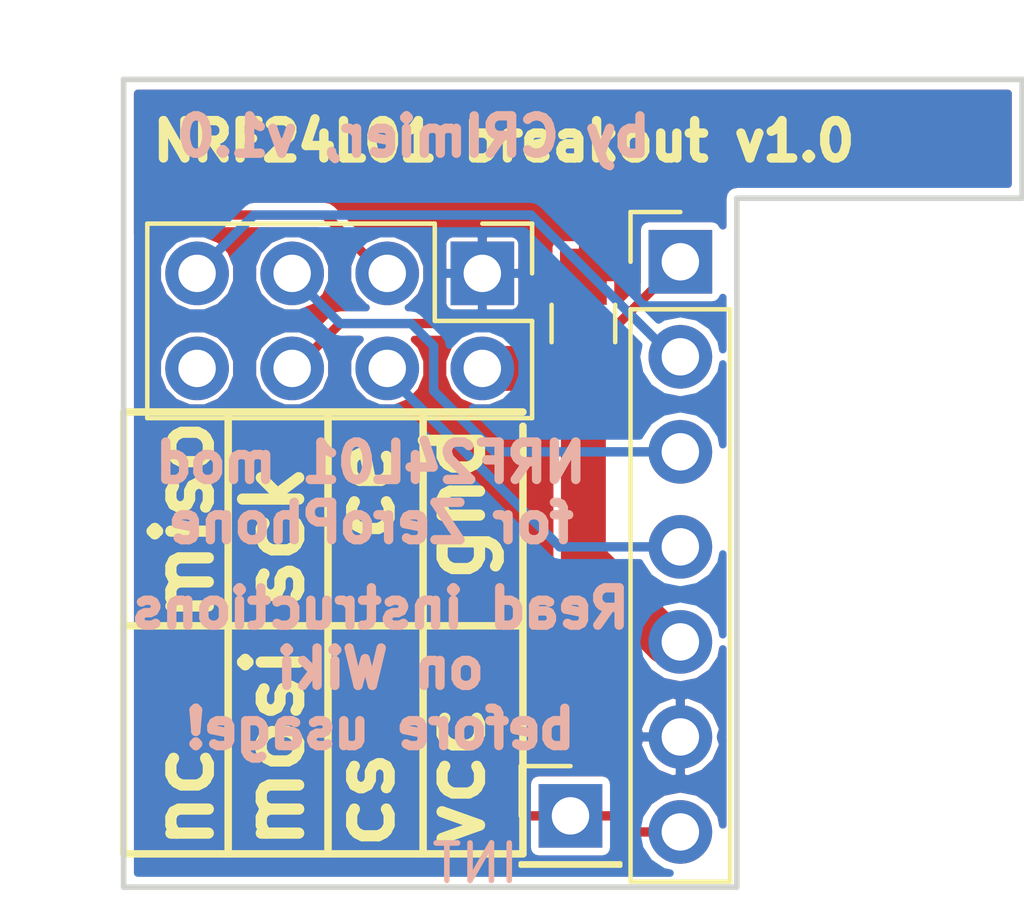
<source format=kicad_pcb>
(kicad_pcb (version 4) (host pcbnew 4.0.7)

  (general
    (links 10)
    (no_connects 0)
    (area 145.415 89.877618 172.795001 115.595)
    (thickness 1.6)
    (drawings 19)
    (tracks 38)
    (zones 0)
    (modules 4)
    (nets 8)
  )

  (page A4)
  (layers
    (0 F.Cu signal)
    (31 B.Cu signal)
    (32 B.Adhes user)
    (33 F.Adhes user)
    (34 B.Paste user)
    (35 F.Paste user)
    (36 B.SilkS user)
    (37 F.SilkS user)
    (38 B.Mask user)
    (39 F.Mask user)
    (40 Dwgs.User user)
    (41 Cmts.User user)
    (42 Eco1.User user)
    (43 Eco2.User user)
    (44 Edge.Cuts user)
    (45 Margin user)
    (46 B.CrtYd user)
    (47 F.CrtYd user)
    (48 B.Fab user)
    (49 F.Fab user)
  )

  (setup
    (last_trace_width 0.25)
    (user_trace_width 0.4)
    (user_trace_width 0.5)
    (user_trace_width 0.7)
    (user_trace_width 0.9)
    (user_trace_width 1)
    (user_trace_width 1.2)
    (trace_clearance 0.2)
    (zone_clearance 0.508)
    (zone_45_only no)
    (trace_min 0.2)
    (segment_width 0.2)
    (edge_width 0.15)
    (via_size 0.6)
    (via_drill 0.4)
    (via_min_size 0.4)
    (via_min_drill 0.3)
    (uvia_size 0.3)
    (uvia_drill 0.1)
    (uvias_allowed no)
    (uvia_min_size 0.2)
    (uvia_min_drill 0.1)
    (pcb_text_width 0.3)
    (pcb_text_size 1.5 1.5)
    (mod_edge_width 0.15)
    (mod_text_size 1 1)
    (mod_text_width 0.15)
    (pad_size 1.524 1.524)
    (pad_drill 0.762)
    (pad_to_mask_clearance 0.2)
    (aux_axis_origin 172.72 92.075)
    (visible_elements 7FFFFFFF)
    (pcbplotparams
      (layerselection 0x010f0_80000001)
      (usegerberextensions true)
      (usegerberattributes true)
      (excludeedgelayer true)
      (linewidth 0.100000)
      (plotframeref false)
      (viasonmask false)
      (mode 1)
      (useauxorigin true)
      (hpglpennumber 1)
      (hpglpenspeed 20)
      (hpglpendiameter 15)
      (hpglpenoverlay 2)
      (psnegative false)
      (psa4output false)
      (plotreference true)
      (plotvalue true)
      (plotinvisibletext false)
      (padsonsilk false)
      (subtractmaskfromsilk false)
      (outputformat 1)
      (mirror false)
      (drillshape 0)
      (scaleselection 1)
      (outputdirectory gerbers/))
  )

  (net 0 "")
  (net 1 +3V3)
  (net 2 GND)
  (net 3 MISO)
  (net 4 MOSI)
  (net 5 SCK)
  (net 6 CS)
  (net 7 CE)

  (net_class Default "This is the default net class."
    (clearance 0.2)
    (trace_width 0.25)
    (via_dia 0.6)
    (via_drill 0.4)
    (uvia_dia 0.3)
    (uvia_drill 0.1)
    (add_net +3V3)
    (add_net CE)
    (add_net CS)
    (add_net GND)
    (add_net MISO)
    (add_net MOSI)
    (add_net SCK)
  )

  (module Capacitors_SMD:C_0805_HandSoldering (layer F.Cu) (tedit 59A3627C) (tstamp 59A35F47)
    (at 161 98.6 90)
    (descr "Capacitor SMD 0805, hand soldering")
    (tags "capacitor 0805")
    (path /59A35F69)
    (attr smd)
    (fp_text reference C1 (at 0 -1.75 90) (layer F.SilkS) hide
      (effects (font (size 1 1) (thickness 0.15)))
    )
    (fp_text value C_Small (at 0 1.75 90) (layer F.Fab) hide
      (effects (font (size 1 1) (thickness 0.15)))
    )
    (fp_text user %R (at 0 -1.75 90) (layer F.Fab)
      (effects (font (size 1 1) (thickness 0.15)))
    )
    (fp_line (start -1 0.62) (end -1 -0.62) (layer F.Fab) (width 0.1))
    (fp_line (start 1 0.62) (end -1 0.62) (layer F.Fab) (width 0.1))
    (fp_line (start 1 -0.62) (end 1 0.62) (layer F.Fab) (width 0.1))
    (fp_line (start -1 -0.62) (end 1 -0.62) (layer F.Fab) (width 0.1))
    (fp_line (start 0.5 -0.85) (end -0.5 -0.85) (layer F.SilkS) (width 0.12))
    (fp_line (start -0.5 0.85) (end 0.5 0.85) (layer F.SilkS) (width 0.12))
    (fp_line (start -2.25 -0.88) (end 2.25 -0.88) (layer F.CrtYd) (width 0.05))
    (fp_line (start -2.25 -0.88) (end -2.25 0.87) (layer F.CrtYd) (width 0.05))
    (fp_line (start 2.25 0.87) (end 2.25 -0.88) (layer F.CrtYd) (width 0.05))
    (fp_line (start 2.25 0.87) (end -2.25 0.87) (layer F.CrtYd) (width 0.05))
    (pad 1 smd rect (at -1.25 0 90) (size 1.5 1.25) (layers F.Cu F.Paste F.Mask)
      (net 1 +3V3))
    (pad 2 smd rect (at 1.25 0 90) (size 1.5 1.25) (layers F.Cu F.Paste F.Mask)
      (net 2 GND))
    (model Capacitors_SMD.3dshapes/C_0805.wrl
      (at (xyz 0 0 0))
      (scale (xyz 1 1 1))
      (rotate (xyz 0 0 0))
    )
  )

  (module Pin_Headers:Pin_Header_Straight_1x07_Pitch2.54mm (layer F.Cu) (tedit 59A36284) (tstamp 59A35F60)
    (at 163.59 96.95)
    (descr "Through hole straight pin header, 1x07, 2.54mm pitch, single row")
    (tags "Through hole pin header THT 1x07 2.54mm single row")
    (path /59A35D80)
    (fp_text reference J2 (at 0 -2.33) (layer F.SilkS) hide
      (effects (font (size 1 1) (thickness 0.15)))
    )
    (fp_text value CONN_01X07 (at 0 17.57) (layer F.Fab) hide
      (effects (font (size 1 1) (thickness 0.15)))
    )
    (fp_line (start -0.635 -1.27) (end 1.27 -1.27) (layer F.Fab) (width 0.1))
    (fp_line (start 1.27 -1.27) (end 1.27 16.51) (layer F.Fab) (width 0.1))
    (fp_line (start 1.27 16.51) (end -1.27 16.51) (layer F.Fab) (width 0.1))
    (fp_line (start -1.27 16.51) (end -1.27 -0.635) (layer F.Fab) (width 0.1))
    (fp_line (start -1.27 -0.635) (end -0.635 -1.27) (layer F.Fab) (width 0.1))
    (fp_line (start -1.33 16.57) (end 1.33 16.57) (layer F.SilkS) (width 0.12))
    (fp_line (start -1.33 1.27) (end -1.33 16.57) (layer F.SilkS) (width 0.12))
    (fp_line (start 1.33 1.27) (end 1.33 16.57) (layer F.SilkS) (width 0.12))
    (fp_line (start -1.33 1.27) (end 1.33 1.27) (layer F.SilkS) (width 0.12))
    (fp_line (start -1.33 0) (end -1.33 -1.33) (layer F.SilkS) (width 0.12))
    (fp_line (start -1.33 -1.33) (end 0 -1.33) (layer F.SilkS) (width 0.12))
    (fp_line (start -1.8 -1.8) (end -1.8 17.05) (layer F.CrtYd) (width 0.05))
    (fp_line (start -1.8 17.05) (end 1.8 17.05) (layer F.CrtYd) (width 0.05))
    (fp_line (start 1.8 17.05) (end 1.8 -1.8) (layer F.CrtYd) (width 0.05))
    (fp_line (start 1.8 -1.8) (end -1.8 -1.8) (layer F.CrtYd) (width 0.05))
    (fp_text user %R (at 0 7.62 90) (layer F.Fab)
      (effects (font (size 1 1) (thickness 0.15)))
    )
    (pad 1 thru_hole rect (at 0 0) (size 1.7 1.7) (drill 1) (layers *.Cu *.Mask)
      (net 4 MOSI))
    (pad 2 thru_hole oval (at 0 2.54) (size 1.7 1.7) (drill 1) (layers *.Cu *.Mask)
      (net 3 MISO))
    (pad 3 thru_hole oval (at 0 5.08) (size 1.7 1.7) (drill 1) (layers *.Cu *.Mask)
      (net 5 SCK))
    (pad 4 thru_hole oval (at 0 7.62) (size 1.7 1.7) (drill 1) (layers *.Cu *.Mask)
      (net 6 CS))
    (pad 5 thru_hole oval (at 0 10.16) (size 1.7 1.7) (drill 1) (layers *.Cu *.Mask)
      (net 1 +3V3))
    (pad 6 thru_hole oval (at 0 12.7) (size 1.7 1.7) (drill 1) (layers *.Cu *.Mask)
      (net 2 GND))
    (pad 7 thru_hole oval (at 0 15.24) (size 1.7 1.7) (drill 1) (layers *.Cu *.Mask)
      (net 7 CE))
    (model ${KISYS3DMOD}/Pin_Headers.3dshapes/Pin_Header_Angled_1x07_Pitch2.54mm.wrl
      (at (xyz 0 -0.3 0))
      (scale (xyz 1 1 1))
      (rotate (xyz 0 0 90))
    )
  )

  (module Pin_Headers:Pin_Header_Straight_1x01_Pitch2.54mm (layer F.Cu) (tedit 59A365B0) (tstamp 59A3656A)
    (at 160.655 111.76)
    (descr "Through hole straight pin header, 1x01, 2.54mm pitch, single row")
    (tags "Through hole pin header THT 1x01 2.54mm single row")
    (path /59A3651C)
    (fp_text reference J3 (at 0 -2.33) (layer F.SilkS) hide
      (effects (font (size 1 1) (thickness 0.15)))
    )
    (fp_text value INT (at -2.54 1.27) (layer B.SilkS)
      (effects (font (size 1 1) (thickness 0.15)) (justify mirror))
    )
    (fp_line (start -0.635 -1.27) (end 1.27 -1.27) (layer F.Fab) (width 0.1))
    (fp_line (start 1.27 -1.27) (end 1.27 1.27) (layer F.Fab) (width 0.1))
    (fp_line (start 1.27 1.27) (end -1.27 1.27) (layer F.Fab) (width 0.1))
    (fp_line (start -1.27 1.27) (end -1.27 -0.635) (layer F.Fab) (width 0.1))
    (fp_line (start -1.27 -0.635) (end -0.635 -1.27) (layer F.Fab) (width 0.1))
    (fp_line (start -1.33 1.33) (end 1.33 1.33) (layer F.SilkS) (width 0.12))
    (fp_line (start -1.33 1.27) (end -1.33 1.33) (layer F.SilkS) (width 0.12))
    (fp_line (start 1.33 1.27) (end 1.33 1.33) (layer F.SilkS) (width 0.12))
    (fp_line (start -1.33 1.27) (end 1.33 1.27) (layer F.SilkS) (width 0.12))
    (fp_line (start -1.33 0) (end -1.33 -1.33) (layer F.SilkS) (width 0.12))
    (fp_line (start -1.33 -1.33) (end 0 -1.33) (layer F.SilkS) (width 0.12))
    (fp_line (start -1.8 -1.8) (end -1.8 1.8) (layer F.CrtYd) (width 0.05))
    (fp_line (start -1.8 1.8) (end 1.8 1.8) (layer F.CrtYd) (width 0.05))
    (fp_line (start 1.8 1.8) (end 1.8 -1.8) (layer F.CrtYd) (width 0.05))
    (fp_line (start 1.8 -1.8) (end -1.8 -1.8) (layer F.CrtYd) (width 0.05))
    (fp_text user %R (at 0 0 90) (layer F.Fab)
      (effects (font (size 1 1) (thickness 0.15)))
    )
    (pad 1 thru_hole rect (at 0 0) (size 1.7 1.7) (drill 1) (layers *.Cu *.Mask)
      (net 7 CE))
  )

  (module Pin_Headers:Pin_Header_Straight_2x04_Pitch2.54mm (layer F.Cu) (tedit 5AC0DF18) (tstamp 5AC0DF27)
    (at 158.3 97.26 270)
    (descr "Through hole straight pin header, 2x04, 2.54mm pitch, double rows")
    (tags "Through hole pin header THT 2x04 2.54mm double row")
    (path /5AC0DB6B)
    (fp_text reference J1 (at 1.27 -2.33 270) (layer F.SilkS) hide
      (effects (font (size 1 1) (thickness 0.15)))
    )
    (fp_text value Conn_02x04_Odd_Even (at 1.27 9.95 270) (layer F.Fab)
      (effects (font (size 1 1) (thickness 0.15)))
    )
    (fp_line (start 0 -1.27) (end 3.81 -1.27) (layer F.Fab) (width 0.1))
    (fp_line (start 3.81 -1.27) (end 3.81 8.89) (layer F.Fab) (width 0.1))
    (fp_line (start 3.81 8.89) (end -1.27 8.89) (layer F.Fab) (width 0.1))
    (fp_line (start -1.27 8.89) (end -1.27 0) (layer F.Fab) (width 0.1))
    (fp_line (start -1.27 0) (end 0 -1.27) (layer F.Fab) (width 0.1))
    (fp_line (start -1.33 8.95) (end 3.87 8.95) (layer F.SilkS) (width 0.12))
    (fp_line (start -1.33 1.27) (end -1.33 8.95) (layer F.SilkS) (width 0.12))
    (fp_line (start 3.87 -1.33) (end 3.87 8.95) (layer F.SilkS) (width 0.12))
    (fp_line (start -1.33 1.27) (end 1.27 1.27) (layer F.SilkS) (width 0.12))
    (fp_line (start 1.27 1.27) (end 1.27 -1.33) (layer F.SilkS) (width 0.12))
    (fp_line (start 1.27 -1.33) (end 3.87 -1.33) (layer F.SilkS) (width 0.12))
    (fp_line (start -1.33 0) (end -1.33 -1.33) (layer F.SilkS) (width 0.12))
    (fp_line (start -1.33 -1.33) (end 0 -1.33) (layer F.SilkS) (width 0.12))
    (fp_line (start -1.8 -1.8) (end -1.8 9.4) (layer F.CrtYd) (width 0.05))
    (fp_line (start -1.8 9.4) (end 4.35 9.4) (layer F.CrtYd) (width 0.05))
    (fp_line (start 4.35 9.4) (end 4.35 -1.8) (layer F.CrtYd) (width 0.05))
    (fp_line (start 4.35 -1.8) (end -1.8 -1.8) (layer F.CrtYd) (width 0.05))
    (fp_text user %R (at 1.27 3.81 360) (layer F.Fab)
      (effects (font (size 1 1) (thickness 0.15)))
    )
    (pad 1 thru_hole rect (at 0 0 270) (size 1.7 1.7) (drill 1) (layers *.Cu *.Mask)
      (net 2 GND))
    (pad 2 thru_hole oval (at 2.54 0 270) (size 1.7 1.7) (drill 1) (layers *.Cu *.Mask)
      (net 1 +3V3))
    (pad 3 thru_hole oval (at 0 2.54 270) (size 1.7 1.7) (drill 1) (layers *.Cu *.Mask)
      (net 7 CE))
    (pad 4 thru_hole oval (at 2.54 2.54 270) (size 1.7 1.7) (drill 1) (layers *.Cu *.Mask)
      (net 6 CS))
    (pad 5 thru_hole oval (at 0 5.08 270) (size 1.7 1.7) (drill 1) (layers *.Cu *.Mask)
      (net 5 SCK))
    (pad 6 thru_hole oval (at 2.54 5.08 270) (size 1.7 1.7) (drill 1) (layers *.Cu *.Mask)
      (net 4 MOSI))
    (pad 7 thru_hole oval (at 0 7.62 270) (size 1.7 1.7) (drill 1) (layers *.Cu *.Mask)
      (net 3 MISO))
    (pad 8 thru_hole oval (at 2.54 7.62 270) (size 1.7 1.7) (drill 1) (layers *.Cu *.Mask))
    (model ${KISYS3DMOD}/Pin_Headers.3dshapes/Pin_Header_Straight_2x04_Pitch2.54mm.wrl
      (at (xyz 0 0 0))
      (scale (xyz 1 1 1))
      (rotate (xyz 0 0 0))
    )
  )

  (gr_line (start 148.717 106.68) (end 159.385 106.68) (layer F.SilkS) (width 0.2))
  (gr_line (start 148.717 100.965) (end 159.385 100.965) (layer F.SilkS) (width 0.2))
  (gr_line (start 159.385 112.776) (end 148.717 112.776) (layer F.SilkS) (width 0.2))
  (gr_text "Read instructions\non Wiki\nbefore usage!" (at 155.575 107.823) (layer B.SilkS)
    (effects (font (size 1 1) (thickness 0.25)) (justify mirror))
  )
  (gr_text "NRF24L01 breakout v1.0" (at 158.877 93.726) (layer F.SilkS)
    (effects (font (size 1 1) (thickness 0.25)))
  )
  (gr_text "by CRImier, v1.0" (at 156.464 93.599) (layer B.SilkS)
    (effects (font (size 1 1) (thickness 0.25)) (justify mirror))
  )
  (gr_text "NRF24L01 mod\nfor ZeroPhone" (at 155.321 103.124) (layer B.SilkS)
    (effects (font (size 1 1) (thickness 0.25)) (justify mirror))
  )
  (gr_line (start 156.718 100.965) (end 156.718 112.776) (layer F.SilkS) (width 0.2))
  (gr_line (start 154.178 100.965) (end 154.178 112.776) (layer F.SilkS) (width 0.2))
  (gr_line (start 151.511 100.965) (end 151.511 112.776) (layer F.SilkS) (width 0.2))
  (gr_line (start 148.717 100.965) (end 148.717 112.776) (layer F.SilkS) (width 0.2))
  (gr_line (start 159.385 112.776) (end 159.385 101.346) (layer F.SilkS) (width 0.2))
  (gr_text "nc   miso\nmosi sck\ncs     ce\nvcc   gnd" (at 153.924 112.776 90) (layer F.SilkS)
    (effects (font (size 1.5 1.5) (thickness 0.3)) (justify left))
  )
  (gr_line (start 165.1 113.665) (end 148.717 113.665) (layer Edge.Cuts) (width 0.15))
  (gr_line (start 165.1 95.25) (end 165.1 113.665) (layer Edge.Cuts) (width 0.15))
  (gr_line (start 172.72 95.25) (end 165.1 95.25) (layer Edge.Cuts) (width 0.15))
  (gr_line (start 172.72 92.075) (end 172.72 95.25) (layer Edge.Cuts) (width 0.15))
  (gr_line (start 148.717 92.075) (end 172.72 92.075) (layer Edge.Cuts) (width 0.15))
  (gr_line (start 148.717 113.665) (end 148.717 92.075) (layer Edge.Cuts) (width 0.15))

  (segment (start 163.21 107.11) (end 161 104.9) (width 1.2) (layer F.Cu) (net 1))
  (segment (start 161 104.9) (end 161 99.85) (width 1.2) (layer F.Cu) (net 1))
  (segment (start 163.59 107.11) (end 163.21 107.11) (width 1.2) (layer F.Cu) (net 1))
  (segment (start 158.3 99.8) (end 160.95 99.8) (width 1.2) (layer F.Cu) (net 1))
  (segment (start 160.95 99.8) (end 161 99.85) (width 1.2) (layer F.Cu) (net 1))
  (segment (start 159.6 95.7) (end 163.39 99.49) (width 0.25) (layer B.Cu) (net 3))
  (segment (start 163.39 99.49) (end 163.59 99.49) (width 0.25) (layer B.Cu) (net 3))
  (segment (start 152.2 95.7) (end 159.6 95.7) (width 0.25) (layer B.Cu) (net 3))
  (segment (start 150.68 97.22) (end 152.2 95.7) (width 0.25) (layer B.Cu) (net 3))
  (segment (start 150.68 97.26) (end 150.68 97.22) (width 0.25) (layer B.Cu) (net 3))
  (segment (start 154.5 98.6) (end 161.94 98.6) (width 0.25) (layer F.Cu) (net 4))
  (segment (start 161.94 98.6) (end 163.59 96.95) (width 0.25) (layer F.Cu) (net 4))
  (segment (start 153.3 99.8) (end 154.5 98.6) (width 0.25) (layer F.Cu) (net 4))
  (segment (start 153.22 99.8) (end 153.3 99.8) (width 0.25) (layer F.Cu) (net 4))
  (segment (start 163.498 96.95) (end 163.59 96.95) (width 0.25) (layer B.Cu) (net 4))
  (segment (start 153.22 97.26) (end 153.22 97.32) (width 0.25) (layer B.Cu) (net 5))
  (segment (start 158.63 102.03) (end 163.59 102.03) (width 0.25) (layer B.Cu) (net 5))
  (segment (start 153.22 97.32) (end 154.5 98.6) (width 0.25) (layer B.Cu) (net 5))
  (segment (start 154.5 98.6) (end 156.4 98.6) (width 0.25) (layer B.Cu) (net 5))
  (segment (start 156.4 98.6) (end 157 99.2) (width 0.25) (layer B.Cu) (net 5))
  (segment (start 157 99.2) (end 157 100.4) (width 0.25) (layer B.Cu) (net 5))
  (segment (start 157 100.4) (end 158.63 102.03) (width 0.25) (layer B.Cu) (net 5))
  (segment (start 163.512 102.108) (end 163.59 102.03) (width 0.25) (layer B.Cu) (net 5))
  (segment (start 163.385 102.235) (end 163.59 102.03) (width 0.25) (layer F.Cu) (net 5))
  (segment (start 155.76 99.96) (end 160.37 104.57) (width 0.25) (layer B.Cu) (net 6))
  (segment (start 160.37 104.57) (end 163.59 104.57) (width 0.25) (layer B.Cu) (net 6))
  (segment (start 155.76 99.8) (end 155.76 99.96) (width 0.25) (layer B.Cu) (net 6))
  (segment (start 163.512 104.648) (end 163.59 104.57) (width 0.25) (layer B.Cu) (net 6))
  (segment (start 149.2 109.4) (end 151.56 111.76) (width 0.25) (layer F.Cu) (net 7))
  (segment (start 151.56 111.76) (end 160.655 111.76) (width 0.25) (layer F.Cu) (net 7))
  (segment (start 149.2 96.7) (end 149.2 109.4) (width 0.25) (layer F.Cu) (net 7))
  (segment (start 150.2 95.7) (end 149.2 96.7) (width 0.25) (layer F.Cu) (net 7))
  (segment (start 154.1 95.7) (end 150.2 95.7) (width 0.25) (layer F.Cu) (net 7))
  (segment (start 155.66 97.26) (end 154.1 95.7) (width 0.25) (layer F.Cu) (net 7))
  (segment (start 155.76 97.26) (end 155.66 97.26) (width 0.25) (layer F.Cu) (net 7))
  (segment (start 162.387919 112.19) (end 161.957919 111.76) (width 0.25) (layer F.Cu) (net 7))
  (segment (start 161.957919 111.76) (end 160.655 111.76) (width 0.25) (layer F.Cu) (net 7))
  (segment (start 163.59 112.19) (end 162.387919 112.19) (width 0.25) (layer F.Cu) (net 7))

  (zone (net 2) (net_name GND) (layer B.Cu) (tstamp 0) (hatch edge 0.508)
    (connect_pads (clearance 0.2))
    (min_thickness 0.2)
    (fill yes (arc_segments 16) (thermal_gap 0.2) (thermal_bridge_width 0.24))
    (polygon
      (pts
        (xy 145.415 92.075) (xy 172.72 92.075) (xy 172.72 113.665) (xy 145.415 113.665)
      )
    )
    (filled_polygon
      (pts
        (xy 172.345 94.875) (xy 165.1 94.875) (xy 164.956494 94.903545) (xy 164.834835 94.984835) (xy 164.753545 95.106494)
        (xy 164.725 95.25) (xy 164.725 95.98905) (xy 164.724958 95.988827) (xy 164.659255 95.886721) (xy 164.559003 95.818222)
        (xy 164.44 95.794123) (xy 162.74 95.794123) (xy 162.628827 95.815042) (xy 162.526721 95.880745) (xy 162.458222 95.980997)
        (xy 162.434123 96.1) (xy 162.434123 97.8) (xy 162.455042 97.911173) (xy 162.520745 98.013279) (xy 162.620997 98.081778)
        (xy 162.74 98.105877) (xy 164.44 98.105877) (xy 164.551173 98.084958) (xy 164.653279 98.019255) (xy 164.721778 97.919003)
        (xy 164.725 97.903092) (xy 164.725 99.301325) (xy 164.674991 99.049914) (xy 164.425703 98.676827) (xy 164.052616 98.427539)
        (xy 163.61253 98.34) (xy 163.56747 98.34) (xy 163.127384 98.427539) (xy 163.008209 98.507169) (xy 159.90052 95.39948)
        (xy 159.762641 95.307351) (xy 159.735657 95.301984) (xy 159.6 95.275) (xy 152.2 95.275) (xy 152.037359 95.307351)
        (xy 151.89948 95.399479) (xy 151.03957 96.25939) (xy 150.892172 96.198185) (xy 150.469682 96.197816) (xy 150.079211 96.359155)
        (xy 149.780205 96.65764) (xy 149.618185 97.047828) (xy 149.617816 97.470318) (xy 149.779155 97.860789) (xy 150.07764 98.159795)
        (xy 150.467828 98.321815) (xy 150.890318 98.322184) (xy 151.280789 98.160845) (xy 151.579795 97.86236) (xy 151.741815 97.472172)
        (xy 151.742184 97.049682) (xy 151.657152 96.843888) (xy 152.376041 96.125) (xy 159.42396 96.125) (xy 162.479104 99.180145)
        (xy 162.41747 99.49) (xy 162.505009 99.930086) (xy 162.754297 100.303173) (xy 163.127384 100.552461) (xy 163.56747 100.64)
        (xy 163.61253 100.64) (xy 164.052616 100.552461) (xy 164.425703 100.303173) (xy 164.674991 99.930086) (xy 164.725 99.678675)
        (xy 164.725 101.841325) (xy 164.674991 101.589914) (xy 164.425703 101.216827) (xy 164.052616 100.967539) (xy 163.61253 100.88)
        (xy 163.56747 100.88) (xy 163.127384 100.967539) (xy 162.754297 101.216827) (xy 162.505009 101.589914) (xy 162.502008 101.605)
        (xy 158.80604 101.605) (xy 158.045122 100.844082) (xy 158.087828 100.861815) (xy 158.510318 100.862184) (xy 158.900789 100.700845)
        (xy 159.199795 100.40236) (xy 159.361815 100.012172) (xy 159.362184 99.589682) (xy 159.200845 99.199211) (xy 158.90236 98.900205)
        (xy 158.512172 98.738185) (xy 158.089682 98.737816) (xy 157.699211 98.899155) (xy 157.420501 99.17738) (xy 157.392649 99.03736)
        (xy 157.392649 99.037359) (xy 157.30052 98.89948) (xy 156.70052 98.29948) (xy 156.562641 98.207351) (xy 156.535657 98.201984)
        (xy 156.4 98.175) (xy 156.326531 98.175) (xy 156.360789 98.160845) (xy 156.659795 97.86236) (xy 156.821815 97.472172)
        (xy 156.821917 97.355) (xy 157.238 97.355) (xy 157.238 98.081674) (xy 157.283672 98.191937) (xy 157.368064 98.276328)
        (xy 157.478327 98.322) (xy 158.205 98.322) (xy 158.28 98.247) (xy 158.28 97.28) (xy 158.32 97.28)
        (xy 158.32 98.247) (xy 158.395 98.322) (xy 159.121673 98.322) (xy 159.231936 98.276328) (xy 159.316328 98.191937)
        (xy 159.362 98.081674) (xy 159.362 97.355) (xy 159.287 97.28) (xy 158.32 97.28) (xy 158.28 97.28)
        (xy 157.313 97.28) (xy 157.238 97.355) (xy 156.821917 97.355) (xy 156.822184 97.049682) (xy 156.660845 96.659211)
        (xy 156.440345 96.438326) (xy 157.238 96.438326) (xy 157.238 97.165) (xy 157.313 97.24) (xy 158.28 97.24)
        (xy 158.28 96.273) (xy 158.32 96.273) (xy 158.32 97.24) (xy 159.287 97.24) (xy 159.362 97.165)
        (xy 159.362 96.438326) (xy 159.316328 96.328063) (xy 159.231936 96.243672) (xy 159.121673 96.198) (xy 158.395 96.198)
        (xy 158.32 96.273) (xy 158.28 96.273) (xy 158.205 96.198) (xy 157.478327 96.198) (xy 157.368064 96.243672)
        (xy 157.283672 96.328063) (xy 157.238 96.438326) (xy 156.440345 96.438326) (xy 156.36236 96.360205) (xy 155.972172 96.198185)
        (xy 155.549682 96.197816) (xy 155.159211 96.359155) (xy 154.860205 96.65764) (xy 154.698185 97.047828) (xy 154.697816 97.470318)
        (xy 154.859155 97.860789) (xy 155.15764 98.159795) (xy 155.194258 98.175) (xy 154.676041 98.175) (xy 154.19127 97.690229)
        (xy 154.281815 97.472172) (xy 154.282184 97.049682) (xy 154.120845 96.659211) (xy 153.82236 96.360205) (xy 153.432172 96.198185)
        (xy 153.009682 96.197816) (xy 152.619211 96.359155) (xy 152.320205 96.65764) (xy 152.158185 97.047828) (xy 152.157816 97.470318)
        (xy 152.319155 97.860789) (xy 152.61764 98.159795) (xy 153.007828 98.321815) (xy 153.430318 98.322184) (xy 153.56535 98.26639)
        (xy 154.199479 98.90052) (xy 154.291608 98.962078) (xy 154.33736 98.992649) (xy 154.5 99.025) (xy 155.033146 99.025)
        (xy 154.860205 99.19764) (xy 154.698185 99.587828) (xy 154.697816 100.010318) (xy 154.859155 100.400789) (xy 155.15764 100.699795)
        (xy 155.547828 100.861815) (xy 155.970318 100.862184) (xy 156.034588 100.835628) (xy 160.06948 104.870521) (xy 160.207359 104.962649)
        (xy 160.37 104.995) (xy 162.502008 104.995) (xy 162.505009 105.010086) (xy 162.754297 105.383173) (xy 163.127384 105.632461)
        (xy 163.56747 105.72) (xy 163.61253 105.72) (xy 164.052616 105.632461) (xy 164.425703 105.383173) (xy 164.674991 105.010086)
        (xy 164.725 104.758675) (xy 164.725 106.921325) (xy 164.674991 106.669914) (xy 164.425703 106.296827) (xy 164.052616 106.047539)
        (xy 163.61253 105.96) (xy 163.56747 105.96) (xy 163.127384 106.047539) (xy 162.754297 106.296827) (xy 162.505009 106.669914)
        (xy 162.41747 107.11) (xy 162.505009 107.550086) (xy 162.754297 107.923173) (xy 163.127384 108.172461) (xy 163.56747 108.26)
        (xy 163.61253 108.26) (xy 164.052616 108.172461) (xy 164.425703 107.923173) (xy 164.674991 107.550086) (xy 164.725 107.298675)
        (xy 164.725 109.629998) (xy 164.664815 109.629998) (xy 164.722541 109.450374) (xy 164.712727 109.401025) (xy 164.531986 108.990328)
        (xy 164.207836 108.68006) (xy 163.789626 108.517457) (xy 163.61 108.575172) (xy 163.61 109.63) (xy 163.63 109.63)
        (xy 163.63 109.67) (xy 163.61 109.67) (xy 163.61 110.724828) (xy 163.789626 110.782543) (xy 164.207836 110.61994)
        (xy 164.531986 110.309672) (xy 164.712727 109.898975) (xy 164.722541 109.849626) (xy 164.664815 109.670002) (xy 164.725 109.670002)
        (xy 164.725 112.001325) (xy 164.674991 111.749914) (xy 164.425703 111.376827) (xy 164.052616 111.127539) (xy 163.61253 111.04)
        (xy 163.56747 111.04) (xy 163.127384 111.127539) (xy 162.754297 111.376827) (xy 162.505009 111.749914) (xy 162.41747 112.19)
        (xy 162.505009 112.630086) (xy 162.754297 113.003173) (xy 163.127384 113.252461) (xy 163.316104 113.29) (xy 149.092 113.29)
        (xy 149.092 110.91) (xy 159.499123 110.91) (xy 159.499123 112.61) (xy 159.520042 112.721173) (xy 159.585745 112.823279)
        (xy 159.685997 112.891778) (xy 159.805 112.915877) (xy 161.505 112.915877) (xy 161.616173 112.894958) (xy 161.718279 112.829255)
        (xy 161.786778 112.729003) (xy 161.810877 112.61) (xy 161.810877 110.91) (xy 161.789958 110.798827) (xy 161.724255 110.696721)
        (xy 161.624003 110.628222) (xy 161.505 110.604123) (xy 159.805 110.604123) (xy 159.693827 110.625042) (xy 159.591721 110.690745)
        (xy 159.523222 110.790997) (xy 159.499123 110.91) (xy 149.092 110.91) (xy 149.092 109.849626) (xy 162.457459 109.849626)
        (xy 162.467273 109.898975) (xy 162.648014 110.309672) (xy 162.972164 110.61994) (xy 163.390374 110.782543) (xy 163.57 110.724828)
        (xy 163.57 109.67) (xy 162.515186 109.67) (xy 162.457459 109.849626) (xy 149.092 109.849626) (xy 149.092 109.450374)
        (xy 162.457459 109.450374) (xy 162.515186 109.63) (xy 163.57 109.63) (xy 163.57 108.575172) (xy 163.390374 108.517457)
        (xy 162.972164 108.68006) (xy 162.648014 108.990328) (xy 162.467273 109.401025) (xy 162.457459 109.450374) (xy 149.092 109.450374)
        (xy 149.092 100.010318) (xy 149.617816 100.010318) (xy 149.779155 100.400789) (xy 150.07764 100.699795) (xy 150.467828 100.861815)
        (xy 150.890318 100.862184) (xy 151.280789 100.700845) (xy 151.579795 100.40236) (xy 151.741815 100.012172) (xy 151.741816 100.010318)
        (xy 152.157816 100.010318) (xy 152.319155 100.400789) (xy 152.61764 100.699795) (xy 153.007828 100.861815) (xy 153.430318 100.862184)
        (xy 153.820789 100.700845) (xy 154.119795 100.40236) (xy 154.281815 100.012172) (xy 154.282184 99.589682) (xy 154.120845 99.199211)
        (xy 153.82236 98.900205) (xy 153.432172 98.738185) (xy 153.009682 98.737816) (xy 152.619211 98.899155) (xy 152.320205 99.19764)
        (xy 152.158185 99.587828) (xy 152.157816 100.010318) (xy 151.741816 100.010318) (xy 151.742184 99.589682) (xy 151.580845 99.199211)
        (xy 151.28236 98.900205) (xy 150.892172 98.738185) (xy 150.469682 98.737816) (xy 150.079211 98.899155) (xy 149.780205 99.19764)
        (xy 149.618185 99.587828) (xy 149.617816 100.010318) (xy 149.092 100.010318) (xy 149.092 92.45) (xy 172.345 92.45)
      )
    )
  )
  (zone (net 2) (net_name GND) (layer F.Cu) (tstamp 0) (hatch edge 0.508)
    (connect_pads (clearance 0.2))
    (min_thickness 0.2)
    (fill yes (arc_segments 16) (thermal_gap 0.2) (thermal_bridge_width 0.24))
    (polygon
      (pts
        (xy 145.415 92.075) (xy 172.72 92.075) (xy 172.72 113.665) (xy 145.415 113.665)
      )
    )
    (filled_polygon
      (pts
        (xy 154.741786 96.942826) (xy 154.698185 97.047828) (xy 154.697816 97.470318) (xy 154.859155 97.860789) (xy 155.15764 98.159795)
        (xy 155.194258 98.175) (xy 154.5 98.175) (xy 154.33736 98.207351) (xy 154.337358 98.207352) (xy 154.337359 98.207352)
        (xy 154.199479 98.29948) (xy 153.664361 98.834598) (xy 153.432172 98.738185) (xy 153.009682 98.737816) (xy 152.619211 98.899155)
        (xy 152.320205 99.19764) (xy 152.158185 99.587828) (xy 152.157816 100.010318) (xy 152.319155 100.400789) (xy 152.61764 100.699795)
        (xy 153.007828 100.861815) (xy 153.430318 100.862184) (xy 153.820789 100.700845) (xy 154.119795 100.40236) (xy 154.281815 100.012172)
        (xy 154.282184 99.589682) (xy 154.232238 99.468803) (xy 154.676041 99.025) (xy 155.033146 99.025) (xy 154.860205 99.19764)
        (xy 154.698185 99.587828) (xy 154.697816 100.010318) (xy 154.859155 100.400789) (xy 155.15764 100.699795) (xy 155.547828 100.861815)
        (xy 155.970318 100.862184) (xy 156.360789 100.700845) (xy 156.659795 100.40236) (xy 156.821815 100.012172) (xy 156.822184 99.589682)
        (xy 156.660845 99.199211) (xy 156.486938 99.025) (xy 157.573146 99.025) (xy 157.400205 99.19764) (xy 157.238185 99.587828)
        (xy 157.237816 100.010318) (xy 157.399155 100.400789) (xy 157.69764 100.699795) (xy 158.087828 100.861815) (xy 158.510318 100.862184)
        (xy 158.900789 100.700845) (xy 158.901635 100.7) (xy 160.08794 100.7) (xy 160.090042 100.711173) (xy 160.1 100.726648)
        (xy 160.1 104.9) (xy 160.168508 105.244415) (xy 160.363604 105.536396) (xy 162.573604 107.746396) (xy 162.686649 107.821931)
        (xy 162.754297 107.923173) (xy 163.127384 108.172461) (xy 163.56747 108.26) (xy 163.61253 108.26) (xy 164.052616 108.172461)
        (xy 164.425703 107.923173) (xy 164.674991 107.550086) (xy 164.725 107.298675) (xy 164.725 109.629998) (xy 164.664815 109.629998)
        (xy 164.722541 109.450374) (xy 164.712727 109.401025) (xy 164.531986 108.990328) (xy 164.207836 108.68006) (xy 163.789626 108.517457)
        (xy 163.61 108.575172) (xy 163.61 109.63) (xy 163.63 109.63) (xy 163.63 109.67) (xy 163.61 109.67)
        (xy 163.61 110.724828) (xy 163.789626 110.782543) (xy 164.207836 110.61994) (xy 164.531986 110.309672) (xy 164.712727 109.898975)
        (xy 164.722541 109.849626) (xy 164.664815 109.670002) (xy 164.725 109.670002) (xy 164.725 112.001325) (xy 164.674991 111.749914)
        (xy 164.425703 111.376827) (xy 164.052616 111.127539) (xy 163.61253 111.04) (xy 163.56747 111.04) (xy 163.127384 111.127539)
        (xy 162.754297 111.376827) (xy 162.522579 111.723619) (xy 162.258439 111.45948) (xy 162.12056 111.367351) (xy 162.093576 111.361984)
        (xy 161.957919 111.335) (xy 161.810877 111.335) (xy 161.810877 110.91) (xy 161.789958 110.798827) (xy 161.724255 110.696721)
        (xy 161.624003 110.628222) (xy 161.505 110.604123) (xy 159.805 110.604123) (xy 159.693827 110.625042) (xy 159.591721 110.690745)
        (xy 159.523222 110.790997) (xy 159.499123 110.91) (xy 159.499123 111.335) (xy 151.73604 111.335) (xy 150.250666 109.849626)
        (xy 162.457459 109.849626) (xy 162.467273 109.898975) (xy 162.648014 110.309672) (xy 162.972164 110.61994) (xy 163.390374 110.782543)
        (xy 163.57 110.724828) (xy 163.57 109.67) (xy 162.515186 109.67) (xy 162.457459 109.849626) (xy 150.250666 109.849626)
        (xy 149.851414 109.450374) (xy 162.457459 109.450374) (xy 162.515186 109.63) (xy 163.57 109.63) (xy 163.57 108.575172)
        (xy 163.390374 108.517457) (xy 162.972164 108.68006) (xy 162.648014 108.990328) (xy 162.467273 109.401025) (xy 162.457459 109.450374)
        (xy 149.851414 109.450374) (xy 149.625 109.22396) (xy 149.625 100.027705) (xy 149.779155 100.400789) (xy 150.07764 100.699795)
        (xy 150.467828 100.861815) (xy 150.890318 100.862184) (xy 151.280789 100.700845) (xy 151.579795 100.40236) (xy 151.741815 100.012172)
        (xy 151.742184 99.589682) (xy 151.580845 99.199211) (xy 151.28236 98.900205) (xy 150.892172 98.738185) (xy 150.469682 98.737816)
        (xy 150.079211 98.899155) (xy 149.780205 99.19764) (xy 149.625 99.571416) (xy 149.625 97.487705) (xy 149.779155 97.860789)
        (xy 150.07764 98.159795) (xy 150.467828 98.321815) (xy 150.890318 98.322184) (xy 151.280789 98.160845) (xy 151.579795 97.86236)
        (xy 151.741815 97.472172) (xy 151.741816 97.470318) (xy 152.157816 97.470318) (xy 152.319155 97.860789) (xy 152.61764 98.159795)
        (xy 153.007828 98.321815) (xy 153.430318 98.322184) (xy 153.820789 98.160845) (xy 154.119795 97.86236) (xy 154.281815 97.472172)
        (xy 154.282184 97.049682) (xy 154.120845 96.659211) (xy 153.82236 96.360205) (xy 153.432172 96.198185) (xy 153.009682 96.197816)
        (xy 152.619211 96.359155) (xy 152.320205 96.65764) (xy 152.158185 97.047828) (xy 152.157816 97.470318) (xy 151.741816 97.470318)
        (xy 151.742184 97.049682) (xy 151.580845 96.659211) (xy 151.28236 96.360205) (xy 150.892172 96.198185) (xy 150.469682 96.197816)
        (xy 150.186017 96.315024) (xy 150.376041 96.125) (xy 153.92396 96.125)
      )
    )
    (filled_polygon
      (pts
        (xy 172.345 94.875) (xy 165.1 94.875) (xy 164.956494 94.903545) (xy 164.834835 94.984835) (xy 164.753545 95.106494)
        (xy 164.725 95.25) (xy 164.725 95.98905) (xy 164.724958 95.988827) (xy 164.659255 95.886721) (xy 164.559003 95.818222)
        (xy 164.44 95.794123) (xy 162.74 95.794123) (xy 162.628827 95.815042) (xy 162.526721 95.880745) (xy 162.458222 95.980997)
        (xy 162.434123 96.1) (xy 162.434123 97.504837) (xy 161.925 98.01396) (xy 161.925 97.445) (xy 161.85 97.37)
        (xy 161.02 97.37) (xy 161.02 97.39) (xy 160.98 97.39) (xy 160.98 97.37) (xy 160.15 97.37)
        (xy 160.075 97.445) (xy 160.075 98.159674) (xy 160.081348 98.175) (xy 159.323343 98.175) (xy 159.362 98.081674)
        (xy 159.362 97.355) (xy 159.287 97.28) (xy 158.32 97.28) (xy 158.32 97.3) (xy 158.28 97.3)
        (xy 158.28 97.28) (xy 157.313 97.28) (xy 157.238 97.355) (xy 157.238 98.081674) (xy 157.276657 98.175)
        (xy 156.326531 98.175) (xy 156.360789 98.160845) (xy 156.659795 97.86236) (xy 156.821815 97.472172) (xy 156.822184 97.049682)
        (xy 156.660845 96.659211) (xy 156.440345 96.438326) (xy 157.238 96.438326) (xy 157.238 97.165) (xy 157.313 97.24)
        (xy 158.28 97.24) (xy 158.28 96.273) (xy 158.32 96.273) (xy 158.32 97.24) (xy 159.287 97.24)
        (xy 159.362 97.165) (xy 159.362 96.540326) (xy 160.075 96.540326) (xy 160.075 97.255) (xy 160.15 97.33)
        (xy 160.98 97.33) (xy 160.98 96.375) (xy 161.02 96.375) (xy 161.02 97.33) (xy 161.85 97.33)
        (xy 161.925 97.255) (xy 161.925 96.540326) (xy 161.879328 96.430063) (xy 161.794936 96.345672) (xy 161.684673 96.3)
        (xy 161.095 96.3) (xy 161.02 96.375) (xy 160.98 96.375) (xy 160.905 96.3) (xy 160.315327 96.3)
        (xy 160.205064 96.345672) (xy 160.120672 96.430063) (xy 160.075 96.540326) (xy 159.362 96.540326) (xy 159.362 96.438326)
        (xy 159.316328 96.328063) (xy 159.231936 96.243672) (xy 159.121673 96.198) (xy 158.395 96.198) (xy 158.32 96.273)
        (xy 158.28 96.273) (xy 158.205 96.198) (xy 157.478327 96.198) (xy 157.368064 96.243672) (xy 157.283672 96.328063)
        (xy 157.238 96.438326) (xy 156.440345 96.438326) (xy 156.36236 96.360205) (xy 155.972172 96.198185) (xy 155.549682 96.197816)
        (xy 155.301431 96.300391) (xy 154.40052 95.39948) (xy 154.262641 95.307351) (xy 154.235657 95.301984) (xy 154.1 95.275)
        (xy 150.2 95.275) (xy 150.037359 95.307351) (xy 149.89948 95.399479) (xy 149.092 96.20696) (xy 149.092 92.45)
        (xy 172.345 92.45)
      )
    )
  )
)

</source>
